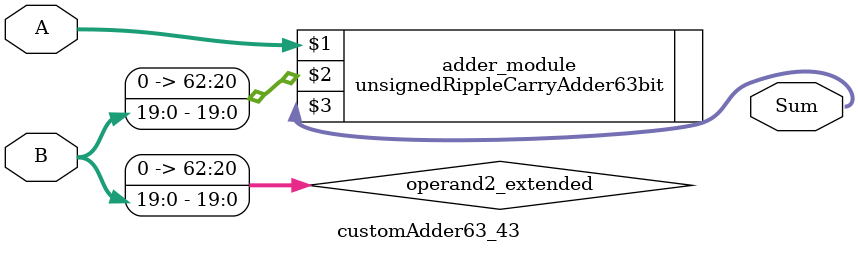
<source format=v>
module customAdder63_43(
                        input [62 : 0] A,
                        input [19 : 0] B,
                        
                        output [63 : 0] Sum
                );

        wire [62 : 0] operand2_extended;
        
        assign operand2_extended =  {43'b0, B};
        
        unsignedRippleCarryAdder63bit adder_module(
            A,
            operand2_extended,
            Sum
        );
        
        endmodule
        
</source>
